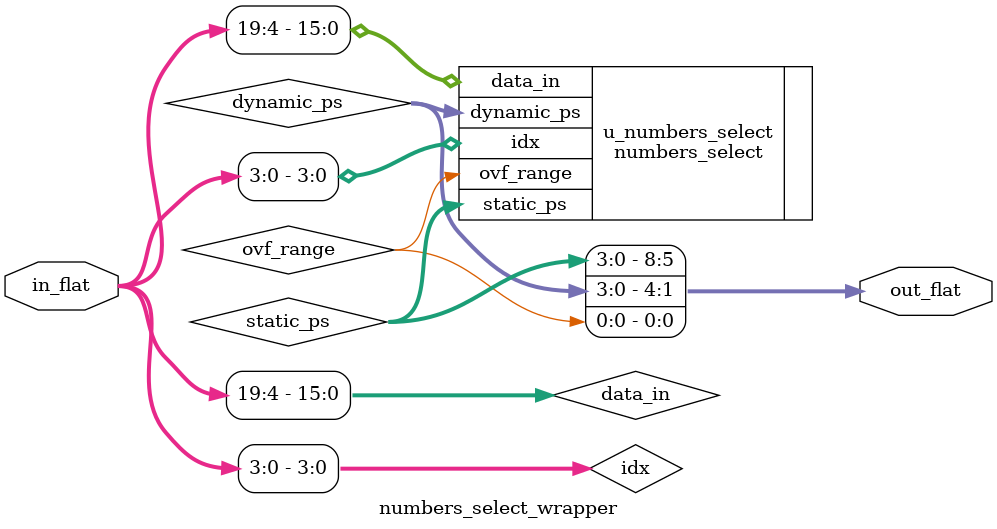
<source format=sv>
`include "numbers_select.sv"

module numbers_select_wrapper (
    input  wire [19:0] in_flat,
    output wire [8:0] out_flat
);

  // Slice `in_flat` into original inputs
  wire [15:0] data_in = in_flat[19:4];
  wire [3:0] idx = in_flat[3:0];

  // Wires to capture original module outputs
  wire [3:0] static_ps;
  wire [3:0] dynamic_ps;
  wire ovf_range;

  // Instantiate the original module
  numbers_select u_numbers_select (
    .data_in(data_in),
    .idx(idx),
    .static_ps(static_ps),
    .dynamic_ps(dynamic_ps),
    .ovf_range(ovf_range)
  );

  // Pack original outputs into `out_flat`
  assign out_flat[8:5] = static_ps;
  assign out_flat[4:1] = dynamic_ps;
  assign out_flat[0] = ovf_range;

endmodule  // numbers_select_wrapper
</source>
